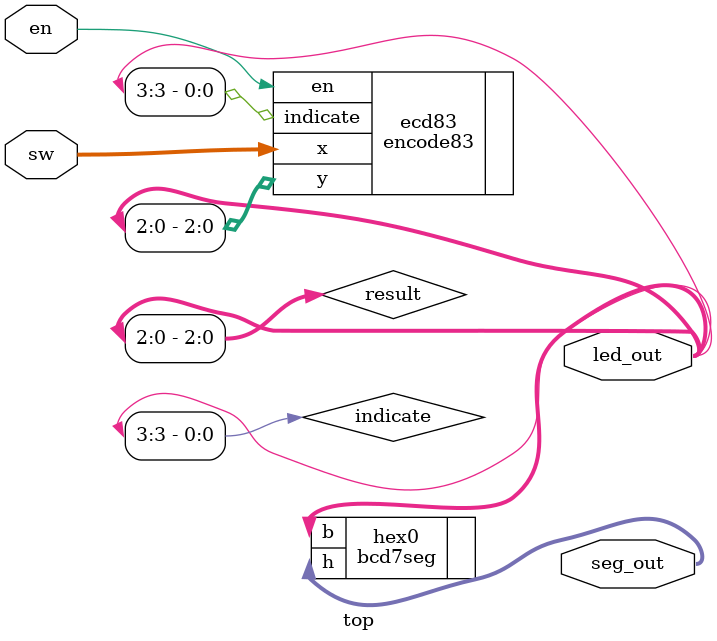
<source format=v>
module top(sw,en,led_out,seg_out);
    input [7:0] sw;
    input en;

    output [3:0] led_out;
    output [6:0] seg_out;

    wire indicate;
    wire [2:0] result;

    //encode83模块实例化
    encode83 ecd83(
        .x(sw[7:0]),
        .en(en),
        .indicate(indicate),
        .y(result)
    );

    assign led_out={indicate,result};

    //bcd7seg模块实例化
    bcd7seg hex0(
        .b(led_out),
        .h(seg_out)
    );
endmodule


</source>
